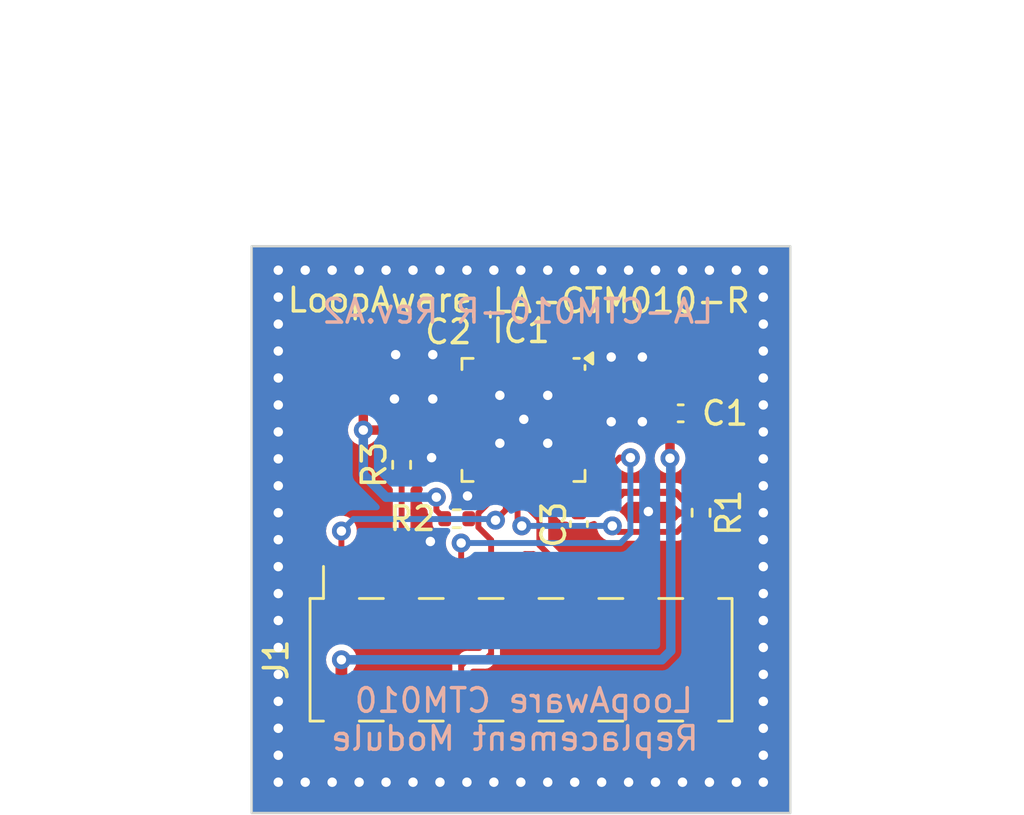
<source format=kicad_pcb>
(kicad_pcb (version 20221018) (generator pcbnew)
  (layers (0 "F.Cu" signal) (31 "B.Cu" signal) (34 "B.Paste" user) (35 "F.Paste" user) (36 "B.SilkS" user "B.Silkscreen") (37 "F.SilkS" user "F.Silkscreen") (38 "B.Mask" user) (39 "F.Mask" user) (44 "Edge.Cuts" user))
  (net 0 "")
  (net 1 "GND")
  (net 2 "IRQ")
  (net 3 "SPI_CLK")
  (net 4 "SPI_MOSI")
  (net 5 "SPI_MISO")
  (net 13 "VDD")
  (net 14 "RESET")
  (net 15 "SPI_CS")
  (footprint "Capacitor_SMD:C_0402_1005Metric" (layer "F.Cu") (at 145.796 86.8452 90)
    (fp_text reference "C2" (at -0.734 -1.4224 180) (layer "F.SilkS"))
    (fp_text value "100n")
    (fp_line (start -0.107836 -0.36) (end 0.107836 -0.36) (stroke (width 0.12)) (layer "F.SilkS"))
    (fp_line (start -0.107836 0.36) (end 0.107836 0.36) (stroke (width 0.12)) (layer "F.SilkS"))
    (pad "1" smd roundrect (at -0.48 0 90) (size 0.56 0.62) (layers "F.Cu" "F.Paste" "F.Mask") (net 13 "VDD"))
    (pad "2" smd roundrect (at 0.48 0 90) (size 0.56 0.62) (layers "F.Cu" "F.Paste" "F.Mask") (net 1 "GND"))
  )
  (footprint "Resistor_SMD:R_0402_1005Metric" (layer "F.Cu") (at 144.7292 95.504)
    (fp_text reference "R2" (at -1.8796 0) (layer "F.SilkS"))
    (fp_text value "10k")
    (fp_line (start -0.153641 -0.38) (end 0.153641 -0.38) (stroke (width 0.12)) (layer "F.SilkS"))
    (fp_line (start -0.153641 0.38) (end 0.153641 0.38) (stroke (width 0.12)) (layer "F.SilkS"))
    (pad "1" smd roundrect (at -0.51 0) (size 0.54 0.64) (layers "F.Cu" "F.Paste" "F.Mask") (net 13 "VDD"))
    (pad "2" smd roundrect (at 0.51 0) (size 0.54 0.64) (layers "F.Cu" "F.Paste" "F.Mask") (net 2 "IRQ"))
  )
  (footprint "Connector_PinSocket_2.54mm:PinSocket_2x07_P2.54mm_Vertical_SMD" (layer "F.Cu") (at 147.4575 101.487 90)
    (fp_text reference "J1" (at 0 -10.39 90) (layer "F.SilkS"))
    (fp_text value "C84005")
    (fp_line (start -2.6 -8.95) (end -2.6 -8.38) (stroke (width 0.12)) (layer "F.SilkS"))
    (fp_line (start -2.6 -8.95) (end 2.6 -8.95) (stroke (width 0.12)) (layer "F.SilkS"))
    (fp_line (start -2.6 -6.86) (end -2.6 -5.84) (stroke (width 0.12)) (layer "F.SilkS"))
    (fp_line (start -2.6 -4.32) (end -2.6 -3.3) (stroke (width 0.12)) (layer "F.SilkS"))
    (fp_line (start -2.6 -1.78) (end -2.6 -0.76) (stroke (width 0.12)) (layer "F.SilkS"))
    (fp_line (start -2.6 0.76) (end -2.6 1.78) (stroke (width 0.12)) (layer "F.SilkS"))
    (fp_line (start -2.6 3.3) (end -2.6 4.32) (stroke (width 0.12)) (layer "F.SilkS"))
    (fp_line (start -2.6 5.84) (end -2.6 6.86) (stroke (width 0.12)) (layer "F.SilkS"))
    (fp_line (start -2.6 8.38) (end -2.6 8.95) (stroke (width 0.12)) (layer "F.SilkS"))
    (fp_line (start -2.6 8.95) (end 2.6 8.95) (stroke (width 0.12)) (layer "F.SilkS"))
    (fp_line (start 2.6 -8.95) (end 2.6 -8.38) (stroke (width 0.12)) (layer "F.SilkS"))
    (fp_line (start 2.6 -8.38) (end 3.96 -8.38) (stroke (width 0.12)) (layer "F.SilkS"))
    (fp_line (start 2.6 -6.86) (end 2.6 -5.84) (stroke (width 0.12)) (layer "F.SilkS"))
    (fp_line (start 2.6 -4.32) (end 2.6 -3.3) (stroke (width 0.12)) (layer "F.SilkS"))
    (fp_line (start 2.6 -1.78) (end 2.6 -0.76) (stroke (width 0.12)) (layer "F.SilkS"))
    (fp_line (start 2.6 0.76) (end 2.6 1.78) (stroke (width 0.12)) (layer "F.SilkS"))
    (fp_line (start 2.6 3.3) (end 2.6 4.32) (stroke (width 0.12)) (layer "F.SilkS"))
    (fp_line (start 2.6 5.84) (end 2.6 6.86) (stroke (width 0.12)) (layer "F.SilkS"))
    (fp_line (start 2.6 8.38) (end 2.6 8.95) (stroke (width 0.12)) (layer "F.SilkS"))
    (pad "1" smd rect (at 2.52 -7.62 90) (size 3 1) (layers "F.Cu" "F.Paste" "F.Mask") (net 3 "SPI_CLK"))
    (pad "2" smd rect (at -2.52 -7.62 90) (size 3 1) (layers "F.Cu" "F.Paste" "F.Mask") (net 13 "VDD"))
    (pad "3" smd rect (at 2.52 -5.08 90) (size 3 1) (layers "F.Cu" "F.Paste" "F.Mask") (net 14 "RESET"))
    (pad "4" smd rect (at -2.52 -5.08 90) (size 3 1) (layers "F.Cu" "F.Paste" "F.Mask"))
    (pad "5" smd rect (at 2.52 -2.54 90) (size 3 1) (layers "F.Cu" "F.Paste" "F.Mask") (net 5 "SPI_MISO"))
    (pad "6" smd rect (at -2.52 -2.54 90) (size 3 1) (layers "F.Cu" "F.Paste" "F.Mask") (net 2 "IRQ"))
    (pad "7" smd rect (at 2.52 0 90) (size 3 1) (layers "F.Cu" "F.Paste" "F.Mask") (net 4 "SPI_MOSI"))
    (pad "8" smd rect (at -2.52 0 90) (size 3 1) (layers "F.Cu" "F.Paste" "F.Mask"))
    (pad "9" smd rect (at 2.52 2.54 90) (size 3 1) (layers "F.Cu" "F.Paste" "F.Mask"))
    (pad "10" smd rect (at -2.52 2.54 90) (size 3 1) (layers "F.Cu" "F.Paste" "F.Mask"))
    (pad "11" smd rect (at 2.52 5.08 90) (size 3 1) (layers "F.Cu" "F.Paste" "F.Mask"))
    (pad "12" smd rect (at -2.52 5.08 90) (size 3 1) (layers "F.Cu" "F.Paste" "F.Mask") (net 1 "GND"))
    (pad "13" smd rect (at 2.52 7.62 90) (size 3 1) (layers "F.Cu" "F.Paste" "F.Mask") (net 15 "SPI_CS"))
    (pad "14" smd rect (at -2.52 7.62 90) (size 3 1) (layers "F.Cu" "F.Paste" "F.Mask") (net 1 "GND"))
  )
  (footprint "Capacitor_SMD:C_0402_1005Metric" (layer "F.Cu") (at 149.9108 95.73 -90)
    (fp_text reference "C3" (at 0.028 1.0668 90) (layer "F.SilkS"))
    (fp_text value "100n")
    (fp_line (start -0.107836 -0.36) (end 0.107836 -0.36) (stroke (width 0.12)) (layer "F.SilkS"))
    (fp_line (start -0.107836 0.36) (end 0.107836 0.36) (stroke (width 0.12)) (layer "F.SilkS"))
    (pad "1" smd roundrect (at -0.48 0 270) (size 0.56 0.62) (layers "F.Cu" "F.Paste" "F.Mask") (net 13 "VDD"))
    (pad "2" smd roundrect (at 0.48 0 270) (size 0.56 0.62) (layers "F.Cu" "F.Paste" "F.Mask") (net 1 "GND"))
  )
  (footprint "Capacitor_SMD:C_0402_1005Metric" (layer "F.Cu") (at 154.2288 91.0336)
    (fp_text reference "C1" (at 1.8796 0) (layer "F.SilkS"))
    (fp_text value "1u")
    (fp_line (start -0.107836 -0.36) (end 0.107836 -0.36) (stroke (width 0.12)) (layer "F.SilkS"))
    (fp_line (start -0.107836 0.36) (end 0.107836 0.36) (stroke (width 0.12)) (layer "F.SilkS"))
    (pad "1" smd roundrect (at -0.48 0) (size 0.56 0.62) (layers "F.Cu" "F.Paste" "F.Mask") (net 13 "VDD"))
    (pad "2" smd roundrect (at 0.48 0) (size 0.56 0.62) (layers "F.Cu" "F.Paste" "F.Mask") (net 1 "GND"))
  )
  (footprint "Resistor_SMD:R_0402_1005Metric" (layer "F.Cu") (at 142.3924 93.218 -90)
    (fp_text reference "R3" (at 0 1.1684 90) (layer "F.SilkS"))
    (fp_text value "10k")
    (fp_line (start -0.153641 -0.38) (end 0.153641 -0.38) (stroke (width 0.12)) (layer "F.SilkS"))
    (fp_line (start -0.153641 0.38) (end 0.153641 0.38) (stroke (width 0.12)) (layer "F.SilkS"))
    (pad "1" smd roundrect (at -0.51 0 270) (size 0.54 0.64) (layers "F.Cu" "F.Paste" "F.Mask") (net 13 "VDD"))
    (pad "2" smd roundrect (at 0.51 0 270) (size 0.54 0.64) (layers "F.Cu" "F.Paste" "F.Mask") (net 14 "RESET"))
  )
  (footprint "Package_DFN_QFN:QFN-32-1EP_5x5mm_P0.5mm_EP3.1x3.1mm" (layer "F.Cu") (at 147.56 91.313 -90)
    (fp_text reference "IC1" (at -3.782 0.1025 -180) (layer "F.SilkS"))
    (fp_text value "SLB 9670XQ2.0 FW7.85")
    (fp_line (start -2.61 -2.135) (end -2.61 -2.37) (stroke (width 0.12)) (layer "F.SilkS"))
    (fp_line (start -2.61 2.61) (end -2.61 2.135) (stroke (width 0.12)) (layer "F.SilkS"))
    (fp_line (start -2.135 -2.61) (end -2.31 -2.61) (stroke (width 0.12)) (layer "F.SilkS"))
    (fp_line (start -2.135 2.61) (end -2.61 2.61) (stroke (width 0.12)) (layer "F.SilkS"))
    (fp_line (start 2.135 -2.61) (end 2.61 -2.61) (stroke (width 0.12)) (layer "F.SilkS"))
    (fp_line (start 2.135 2.61) (end 2.61 2.61) (stroke (width 0.12)) (layer "F.SilkS"))
    (fp_line (start 2.61 -2.61) (end 2.61 -2.135) (stroke (width 0.12)) (layer "F.SilkS"))
    (fp_line (start 2.61 2.61) (end 2.61 2.135) (stroke (width 0.12)) (layer "F.SilkS"))
    (fp_poly (pts (xy -2.61 -2.61) (xy -2.85 -2.94) (xy -2.37 -2.94) (xy -2.61 -2.61)) (stroke (width 0.12)) (fill solid) (layer "F.SilkS"))
    (pad "1" smd roundrect (at -2.4375 -1.75 270) (size 0.875 0.25) (layers "F.Cu" "F.Paste" "F.Mask") (net 13 "VDD"))
    (pad "2" smd roundrect (at -2.4375 -1.25 270) (size 0.875 0.25) (layers "F.Cu" "F.Paste" "F.Mask") (net 1 "GND"))
    (pad "3" smd roundrect (at -2.4375 -0.75 270) (size 0.875 0.25) (layers "F.Cu" "F.Paste" "F.Mask"))
    (pad "4" smd roundrect (at -2.4375 -0.25 270) (size 0.875 0.25) (layers "F.Cu" "F.Paste" "F.Mask"))
    (pad "5" smd roundrect (at -2.4375 0.25 270) (size 0.875 0.25) (layers "F.Cu" "F.Paste" "F.Mask"))
    (pad "6" smd roundrect (at -2.4375 0.75 270) (size 0.875 0.25) (layers "F.Cu" "F.Paste" "F.Mask"))
    (pad "7" smd roundrect (at -2.4375 1.25 270) (size 0.875 0.25) (layers "F.Cu" "F.Paste" "F.Mask"))
    (pad "8" smd roundrect (at -2.4375 1.75 270) (size 0.875 0.25) (layers "F.Cu" "F.Paste" "F.Mask") (net 13 "VDD"))
    (pad "9" smd roundrect (at -1.75 2.4375 270) (size 0.25 0.875) (layers "F.Cu" "F.Paste" "F.Mask") (net 1 "GND"))
    (pad "10" smd roundrect (at -1.25 2.4375 270) (size 0.25 0.875) (layers "F.Cu" "F.Paste" "F.Mask"))
    (pad "11" smd roundrect (at -0.75 2.4375 270) (size 0.25 0.875) (layers "F.Cu" "F.Paste" "F.Mask"))
    (pad "12" smd roundrect (at -0.25 2.4375 270) (size 0.25 0.875) (layers "F.Cu" "F.Paste" "F.Mask"))
    (pad "13" smd roundrect (at 0.25 2.4375 270) (size 0.25 0.875) (layers "F.Cu" "F.Paste" "F.Mask"))
    (pad "14" smd roundrect (at 0.75 2.4375 270) (size 0.25 0.875) (layers "F.Cu" "F.Paste" "F.Mask") (net 13 "VDD"))
    (pad "15" smd roundrect (at 1.25 2.4375 270) (size 0.25 0.875) (layers "F.Cu" "F.Paste" "F.Mask"))
    (pad "16" smd roundrect (at 1.75 2.4375 270) (size 0.25 0.875) (layers "F.Cu" "F.Paste" "F.Mask") (net 1 "GND"))
    (pad "17" smd roundrect (at 2.4375 1.75 270) (size 0.875 0.25) (layers "F.Cu" "F.Paste" "F.Mask") (net 14 "RESET"))
    (pad "18" smd roundrect (at 2.4375 1.25 270) (size 0.875 0.25) (layers "F.Cu" "F.Paste" "F.Mask") (net 2 "IRQ"))
    (pad "19" smd roundrect (at 2.4375 0.75 270) (size 0.875 0.25) (layers "F.Cu" "F.Paste" "F.Mask") (net 3 "SPI_CLK"))
    (pad "20" smd roundrect (at 2.4375 0.25 270) (size 0.875 0.25) (layers "F.Cu" "F.Paste" "F.Mask") (net 15 "SPI_CS"))
    (pad "21" smd roundrect (at 2.4375 -0.25 270) (size 0.875 0.25) (layers "F.Cu" "F.Paste" "F.Mask") (net 4 "SPI_MOSI"))
    (pad "22" smd roundrect (at 2.4375 -0.75 270) (size 0.875 0.25) (layers "F.Cu" "F.Paste" "F.Mask") (net 13 "VDD"))
    (pad "23" smd roundrect (at 2.4375 -1.25 270) (size 0.875 0.25) (layers "F.Cu" "F.Paste" "F.Mask") (net 1 "GND"))
    (pad "24" smd roundrect (at 2.4375 -1.75 270) (size 0.875 0.25) (layers "F.Cu" "F.Paste" "F.Mask") (net 5 "SPI_MISO"))
    (pad "25" smd roundrect (at 1.75 -2.4375 270) (size 0.25 0.875) (layers "F.Cu" "F.Paste" "F.Mask"))
    (pad "26" smd roundrect (at 1.25 -2.4375 270) (size 0.25 0.875) (layers "F.Cu" "F.Paste" "F.Mask"))
    (pad "27" smd roundrect (at 0.75 -2.4375 270) (size 0.25 0.875) (layers "F.Cu" "F.Paste" "F.Mask"))
    (pad "28" smd roundrect (at 0.25 -2.4375 270) (size 0.25 0.875) (layers "F.Cu" "F.Paste" "F.Mask"))
    (pad "29" smd roundrect (at -0.25 -2.4375 270) (size 0.25 0.875) (layers "F.Cu" "F.Paste" "F.Mask"))
    (pad "30" smd roundrect (at -0.75 -2.4375 270) (size 0.25 0.875) (layers "F.Cu" "F.Paste" "F.Mask"))
    (pad "31" smd roundrect (at -1.25 -2.4375 270) (size 0.25 0.875) (layers "F.Cu" "F.Paste" "F.Mask"))
    (pad "32" smd roundrect (at -1.75 -2.4375 270) (size 0.25 0.875) (layers "F.Cu" "F.Paste" "F.Mask") (net 1 "GND"))
    (pad "33" smd rect (at 0 0 270) (size 3.1 3.1) (property pad_prop_heatsink) (layers "F.Cu" "F.Mask") (net 1 "GND"))
  )
  (footprint "Resistor_SMD:R_0402_1005Metric" (layer "F.Cu") (at 155.0924 95.25 -90)
    (fp_text reference "R1" (at 0 -1.17 90) (layer "F.SilkS"))
    (fp_text value "10k")
    (fp_line (start -0.153641 -0.38) (end 0.153641 -0.38) (stroke (width 0.12)) (layer "F.SilkS"))
    (fp_line (start -0.153641 0.38) (end 0.153641 0.38) (stroke (width 0.12)) (layer "F.SilkS"))
    (pad "1" smd roundrect (at -0.51 0 270) (size 0.54 0.64) (layers "F.Cu" "F.Paste" "F.Mask") (net 13 "VDD"))
    (pad "2" smd roundrect (at 0.51 0 270) (size 0.54 0.64) (layers "F.Cu" "F.Paste" "F.Mask") (net 15 "SPI_CS"))
  )
  (gr_rect (start 136.0315 83.947) (end 158.877 107.986) (stroke (width 0.1)) (fill none) (layer "Edge.Cuts"))
  (gr_text "LA-CTM010-R Rev.A2\n\n" (at 155.702 88.9) (layer "B.SilkS") (effects (font (size 1 1)) (justify left bottom mirror)))
  (gr_text "LoopAware CTM010 \nReplacement Module" (at 147.193 105.41) (layer "B.SilkS") (effects (font (size 1 1)) (justify bottom mirror)))
  (gr_text "LA-CTM010-R" (at 146.156 86.8452) (layer "F.SilkS") (effects (font (size 1 1)) (justify left bottom)))
  (gr_text "LoopAware" (at 137.4648 86.8172) (layer "F.SilkS") (effects (font (size 1 1)) (justify left bottom)))
  (via (at 157.734 84.963) (size 0.8) (drill 0.4) (layers "F.Cu" "B.Cu") (net 1))
  (via (at 147.574 91.2876) (size 0.8) (drill 0.4) (layers "F.Cu" "B.Cu") (net 1))
  (via (at 157.734 95.25) (size 0.8) (drill 0.4) (layers "F.Cu" "B.Cu") (net 1))
  (via (at 157.734 96.393) (size 0.8) (drill 0.4) (layers "F.Cu" "B.Cu") (net 1))
  (via (at 149.733 84.963) (size 0.8) (drill 0.4) (layers "F.Cu" "B.Cu") (net 1))
  (via (at 148.59 92.3036) (size 1) (drill 0.4) (layers "F.Cu" "B.Cu") (net 1))
  (via (at 144.018 84.963) (size 0.8) (drill 0.4) (layers "F.Cu" "B.Cu") (net 1))
  (via (at 152.6032 91.3892) (size 0.8) (drill 0.4) (layers "F.Cu" "B.Cu") (net 1))
  (via (at 142.1384 88.5444) (size 0.8) (drill 0.4) (layers "F.Cu" "B.Cu") (net 1))
  (via (at 138.303 84.963) (size 0.8) (drill 0.4) (layers "F.Cu" "B.Cu") (net 1))
  (via (at 153.162 106.68) (size 0.8) (drill 0.4) (layers "F.Cu" "B.Cu") (net 1))
  (via (at 146.558 92.3036) (size 0.8) (drill 0.4) (layers "F.Cu" "B.Cu") (net 1))
  (via (at 137.16 91.821) (size 0.8) (drill 0.4) (layers "F.Cu" "B.Cu") (net 1))
  (via (at 140.589 84.963) (size 0.8) (drill 0.4) (layers "F.Cu" "B.Cu") (net 1))
  (via (at 157.734 105.537) (size 0.8) (drill 0.4) (layers "F.Cu" "B.Cu") (net 1))
  (via (at 146.558 90.2716) (size 1) (drill 0.4) (layers "F.Cu" "B.Cu") (net 1))
  (via (at 137.16 92.964) (size 0.8) (drill 0.4) (layers "F.Cu" "B.Cu") (net 1))
  (via (at 137.16 99.822) (size 0.8) (drill 0.4) (layers "F.Cu" "B.Cu") (net 1))
  (via (at 137.16 96.393) (size 0.8) (drill 0.4) (layers "F.Cu" "B.Cu") (net 1))
  (via (at 139.446 84.963) (size 0.8) (drill 0.4) (layers "F.Cu" "B.Cu") (net 1))
  (via (at 145.161 84.963) (size 0.8) (drill 0.4) (layers "F.Cu" "B.Cu") (net 1))
  (via (at 157.734 92.964) (size 0.8) (drill 0.4) (layers "F.Cu" "B.Cu") (net 1))
  (via (at 157.734 103.251) (size 0.8) (drill 0.4) (layers "F.Cu" "B.Cu") (net 1))
  (via (at 157.734 88.392) (size 0.8) (drill 0.4) (layers "F.Cu" "B.Cu") (net 1))
  (via (at 142.875 84.963) (size 0.8) (drill 0.4) (layers "F.Cu" "B.Cu") (net 1))
  (via (at 141.732 84.963) (size 0.8) (drill 0.4) (layers "F.Cu" "B.Cu") (net 1))
  (via (at 148.59 84.963) (size 0.8) (drill 0.4) (layers "F.Cu" "B.Cu") (net 1))
  (via (at 143.6624 92.9132) (size 0.8) (drill 0.4) (layers "F.Cu" "B.Cu") (net 1))
  (via (at 157.734 91.821) (size 0.8) (drill 0.4) (layers "F.Cu" "B.Cu") (net 1))
  (via (at 137.16 86.106) (size 0.8) (drill 0.4) (layers "F.Cu" "B.Cu") (net 1))
  (via (at 145.161 106.68) (size 0.8) (drill 0.4) (layers "F.Cu" "B.Cu") (net 1))
  (via (at 157.734 89.535) (size 0.8) (drill 0.4) (layers "F.Cu" "B.Cu") (net 1))
  (via (at 154.305 84.963) (size 0.8) (drill 0.4) (layers "F.Cu" "B.Cu") (net 1))
  (via (at 157.734 100.965) (size 0.8) (drill 0.4) (layers "F.Cu" "B.Cu") (net 1))
  (via (at 156.591 84.963) (size 0.8) (drill 0.4) (layers "F.Cu" "B.Cu") (net 1))
  (via (at 142.0876 90.424) (size 0.8) (drill 0.4) (layers "F.Cu" "B.Cu") (net 1))
  (via (at 137.16 105.537) (size 0.8) (drill 0.4) (layers "F.Cu" "B.Cu") (net 1))
  (via (at 146.304 84.963) (size 0.8) (drill 0.4) (layers "F.Cu" "B.Cu") (net 1))
  (via (at 152.019 106.68) (size 0.8) (drill 0.4) (layers "F.Cu" "B.Cu") (net 1))
  (via (at 137.16 97.536) (size 0.8) (drill 0.4) (layers "F.Cu" "B.Cu") (net 1))
  (via (at 157.734 99.822) (size 0.8) (drill 0.4) (layers "F.Cu" "B.Cu") (net 1))
  (via (at 154.305 106.68) (size 0.8) (drill 0.4) (layers "F.Cu" "B.Cu") (net 1))
  (via (at 143.7132 90.424) (size 0.8) (drill 0.4) (layers "F.Cu" "B.Cu") (net 1))
  (via (at 140.589 106.68) (size 0.8) (drill 0.4) (layers "F.Cu" "B.Cu") (net 1))
  (via (at 151.2824 88.646) (size 0.8) (drill 0.4) (layers "F.Cu" "B.Cu") (net 1))
  (via (at 137.16 98.679) (size 0.8) (drill 0.4) (layers "F.Cu" "B.Cu") (net 1))
  (via (at 137.16 87.249) (size 0.8) (drill 0.4) (layers "F.Cu" "B.Cu") (net 1))
  (via (at 157.734 104.394) (size 0.8) (drill 0.4) (layers "F.Cu" "B.Cu") (net 1))
  (via (at 157.734 98.679) (size 0.8) (drill 0.4) (layers "F.Cu" "B.Cu") (net 1))
  (via (at 145.1864 94.5388) (size 0.8) (drill 0.4) (layers "F.Cu" "B.Cu") (net 1))
  (via (at 152.019 84.963) (size 0.8) (drill 0.4) (layers "F.Cu" "B.Cu") (net 1))
  (via (at 152.8572 95.1992) (size 0.8) (drill 0.4) (layers "F.Cu" "B.Cu") (net 1))
  (via (at 137.16 89.535) (size 0.8) (drill 0.4) (layers "F.Cu" "B.Cu") (net 1))
  (via (at 137.16 102.108) (size 0.8) (drill 0.4) (layers "F.Cu" "B.Cu") (net 1))
  (via (at 155.448 106.68) (size 0.8) (drill 0.4) (layers "F.Cu" "B.Cu") (net 1))
  (via (at 157.734 90.678) (size 0.8) (drill 0.4) (layers "F.Cu" "B.Cu") (net 1))
  (via (at 147.447 106.68) (size 0.8) (drill 0.4) (layers "F.Cu" "B.Cu") (net 1))
  (via (at 148.59 106.68) (size 0.8) (drill 0.4) (layers "F.Cu" "B.Cu") (net 1))
  (via (at 137.16 106.68) (size 0.8) (drill 0.4) (layers "F.Cu" "B.Cu") (net 1))
  (via (at 146.304 106.68) (size 0.8) (drill 0.4) (layers "F.Cu" "B.Cu") (net 1))
  (via (at 142.875 106.68) (size 0.8) (drill 0.4) (layers "F.Cu" "B.Cu") (net 1))
  (via (at 153.162 84.963) (size 0.8) (drill 0.4) (layers "F.Cu" "B.Cu") (net 1))
  (via (at 137.16 88.392) (size 0.8) (drill 0.4) (layers "F.Cu" "B.Cu") (net 1))
  (via (at 157.734 102.108) (size 0.8) (drill 0.4) (layers "F.Cu" "B.Cu") (net 1))
  (via (at 148.59 90.2716) (size 0.8) (drill 0.4) (layers "F.Cu" "B.Cu") (net 1))
  (via (at 147.447 84.963) (size 0.8) (drill 0.4) (layers "F.Cu" "B.Cu") (net 1))
  (via (at 137.16 103.251) (size 0.8) (drill 0.4) (layers "F.Cu" "B.Cu") (net 1))
  (via (at 157.734 94.107) (size 0.8) (drill 0.4) (layers "F.Cu" "B.Cu") (net 1))
  (via (at 150.876 84.963) (size 0.8) (drill 0.4) (layers "F.Cu" "B.Cu") (net 1))
  (via (at 144.018 106.68) (size 0.8) (drill 0.4) (layers "F.Cu" "B.Cu") (net 1))
  (via (at 141.732 106.68) (size 0.8) (drill 0.4) (layers "F.Cu" "B.Cu") (net 1))
  (via (at 157.734 106.68) (size 0.8) (drill 0.4) (layers "F.Cu" "B.Cu") (net 1))
  (via (at 152.6032 88.646) (size 0.8) (drill 0.4) (layers "F.Cu" "B.Cu") (net 1))
  (via (at 139.446 106.68) (size 0.8) (drill 0.4) (layers "F.Cu" "B.Cu") (net 1))
  (via (at 157.734 87.249) (size 0.8) (drill 0.4) (layers "F.Cu" "B.Cu") (net 1))
  (via (at 155.448 84.963) (size 0.8) (drill 0.4) (layers "F.Cu" "B.Cu") (net 1))
  (via (at 138.303 106.68) (size 0.8) (drill 0.4) (layers "F.Cu" "B.Cu") (net 1))
  (via (at 151.2824 91.3892) (size 0.8) (drill 0.4) (layers "F.Cu" "B.Cu") (net 1))
  (via (at 150.876 106.68) (size 0.8) (drill 0.4) (layers "F.Cu" "B.Cu") (net 1))
  (via (at 156.591 106.68) (size 0.8) (drill 0.4) (layers "F.Cu" "B.Cu") (net 1))
  (via (at 143.7132 88.5444) (size 0.8) (drill 0.4) (layers "F.Cu" "B.Cu") (net 1))
  (via (at 149.733 106.68) (size 0.8) (drill 0.4) (layers "F.Cu" "B.Cu") (net 1))
  (via (at 137.16 95.25) (size 0.8) (drill 0.4) (layers "F.Cu" "B.Cu") (net 1))
  (via (at 137.16 84.963) (size 0.8) (drill 0.4) (layers "F.Cu" "B.Cu") (net 1))
  (via (at 157.734 97.536) (size 0.8) (drill 0.4) (layers "F.Cu" "B.Cu") (net 1))
  (via (at 143.6116 96.4692) (size 0.8) (drill 0.4) (layers "F.Cu" "B.Cu") (net 1))
  (via (at 137.16 104.394) (size 0.8) (drill 0.4) (layers "F.Cu" "B.Cu") (net 1))
  (via (at 137.16 90.678) (size 0.8) (drill 0.4) (layers "F.Cu" "B.Cu") (net 1))
  (via (at 137.16 94.107) (size 0.8) (drill 0.4) (layers "F.Cu" "B.Cu") (net 1))
  (via (at 137.16 100.965) (size 0.8) (drill 0.4) (layers "F.Cu" "B.Cu") (net 1))
  (via (at 157.734 86.106) (size 0.8) (drill 0.4) (layers "F.Cu" "B.Cu") (net 1))
  (segment (start 145.2392 95.504) (end 145.647926 95.504) (width 0.25) (layer "F.Cu") (net 2))
  (segment (start 146.31 94.1175) (end 146.31 94.60474) (width 0.25) (layer "F.Cu") (net 2))
  (segment (start 144.9175 101.741) (end 144.9175 104.007) (width 0.25) (layer "F.Cu") (net 2))
  (segment (start 146.1875 101.233) (end 145.9335 101.487) (width 0.25) (layer "F.Cu") (net 2))
  (segment (start 145.647926 95.867426) (end 146.1875 96.407) (width 0.25) (layer "F.Cu") (net 2))
  (segment (start 145.647926 95.266815) (end 145.647926 95.504) (width 0.25) (layer "F.Cu") (net 2))
  (segment (start 146.1875 96.407) (end 146.1875 101.233) (width 0.25) (layer "F.Cu") (net 2))
  (segment (start 145.9335 101.487) (end 145.1715 101.487) (width 0.25) (layer "F.Cu") (net 2))
  (segment (start 145.647926 95.504) (end 145.647926 95.867426) (width 0.25) (layer "F.Cu") (net 2))
  (segment (start 146.31 94.60474) (end 145.647926 95.266815) (width 0.25) (layer "F.Cu") (net 2))
  (segment (start 145.1715 101.487) (end 144.9175 101.741) (width 0.25) (layer "F.Cu") (net 2))
  (segment (start 139.8375 96.026) (end 139.8375 98.967) (width 0.25) (layer "F.Cu") (net 3))
  (segment (start 146.81 95.130046) (end 146.81 94.1175) (width 0.25) (layer "F.Cu") (net 3))
  (segment (start 146.372926 95.56712) (end 146.81 95.130046) (width 0.25) (layer "F.Cu") (net 3))
  (via (at 146.372926 95.56712) (size 0.8) (drill 0.4) (layers "F.Cu" "B.Cu") (net 3))
  (via (at 139.8375 96.026) (size 0.8) (drill 0.4) (layers "F.Cu" "B.Cu") (net 3))
  (segment (start 146.372926 95.56712) (end 146.323806 95.518) (width 0.25) (layer "B.Cu") (net 3))
  (segment (start 140.3455 95.518) (end 139.8375 96.026) (width 0.25) (layer "B.Cu") (net 3))
  (segment (start 146.323806 95.518) (end 140.3455 95.518) (width 0.25) (layer "B.Cu") (net 3))
  (segment (start 148.2344 96.6216) (end 149.0218 97.409) (width 0.25) (layer "F.Cu") (net 4))
  (segment (start 147.81 95.106187) (end 148.2344 95.530587) (width 0.25) (layer "F.Cu") (net 4))
  (segment (start 149.0218 100.3808) (end 148.8694 100.5332) (width 0.25) (layer "F.Cu") (net 4))
  (segment (start 148.8694 100.5332) (end 148.59 100.5332) (width 0.25) (layer "F.Cu") (net 4))
  (segment (start 149.0218 97.409) (end 149.0218 100.3808) (width 0.25) (layer "F.Cu") (net 4))
  (segment (start 147.9804 97.0026) (end 147.6248 97.0026) (width 0.25) (layer "F.Cu") (net 4))
  (segment (start 147.6248 97.0026) (end 147.447 97.1804) (width 0.25) (layer "F.Cu") (net 4))
  (segment (start 147.447 97.1804) (end 147.4575 97.1909) (width 0.25) (layer "F.Cu") (net 4))
  (segment (start 148.3868 100.33) (end 148.3868 97.409) (width 0.25) (layer "F.Cu") (net 4))
  (segment (start 148.59 100.5332) (end 148.3868 100.33) (width 0.25) (layer "F.Cu") (net 4))
  (segment (start 148.2344 95.530587) (end 148.2344 96.6216) (width 0.25) (layer "F.Cu") (net 4))
  (segment (start 147.81 94.1175) (end 147.81 95.106187) (width 0.25) (layer "F.Cu") (net 4))
  (segment (start 148.3868 97.409) (end 147.9804 97.0026) (width 0.25) (layer "F.Cu") (net 4))
  (segment (start 147.4575 97.1909) (end 147.4575 98.967) (width 0.25) (layer "F.Cu") (net 4))
  (segment (start 144.9175 96.534) (end 144.9175 98.967) (width 0.25) (layer "F.Cu") (net 5))
  (segment (start 149.31 93.7505) (end 150.8007 93.7505) (width 0.25) (layer "F.Cu") (net 5))
  (segment (start 150.8007 93.7505) (end 151.638 92.9132) (width 0.25) (layer "F.Cu") (net 5))
  (segment (start 151.638 92.9132) (end 152.0952 92.9132) (width 0.25) (layer "F.Cu") (net 5))
  (via (at 152.0952 92.9132) (size 0.8) (drill 0.4) (layers "F.Cu" "B.Cu") (net 5))
  (via (at 144.9175 96.534) (size 0.8) (drill 0.4) (layers "F.Cu" "B.Cu") (net 5))
  (segment (start 152.0952 96.1136) (end 151.6748 96.534) (width 0.25) (layer "B.Cu") (net 5))
  (segment (start 152.0952 92.9132) (end 152.0952 96.1136) (width 0.25) (layer "B.Cu") (net 5))
  (segment (start 151.6748 96.534) (end 144.9175 96.534) (width 0.25) (layer "B.Cu") (net 5))
  (segment (start 155.0924 94.1324) (end 155.0924 92.3518) (width 0.4) (layer "F.Cu") (net 13))
  (segment (start 140.7668 91.7448) (end 140.7668 88.5444) (width 0.4) (layer "F.Cu") (net 13))
  (segment (start 139.8515 101.473) (end 139.8375 101.487) (width 0.25) (layer "F.Cu") (net 13))
  (segment (start 142.3924 91.7448) (end 143.51 91.7448) (width 0.4) (layer "F.Cu") (net 13))
  (segment (start 154.3792 94.74) (end 155.0924 94.74) (width 0.3) (layer "F.Cu") (net 13))
  (segment (start 150.876 94.6912) (end 151.4856 94.6912) (width 0.3) (layer "F.Cu") (net 13))
  (segment (start 139.8235 101.473) (end 139.8375 101.487) (width 0.25) (layer "F.Cu") (net 13))
  (segment (start 153.7488 91.0336) (end 153.7488 88.2676) (width 0.4) (layer "F.Cu") (net 13))
  (segment (start 149.9108 95.25) (end 150.3172 95.25) (width 0.3) (layer "F.Cu") (net 13))
  (segment (start 145.81 88.8755) (end 145.81 87.39) (width 0.3) (layer "F.Cu") (net 13))
  (segment (start 140.7668 91.7448) (end 142.3924 91.7448) (width 0.4) (layer "F.Cu") (net 13))
  (segment (start 145.796 87.3252) (end 149.3012 87.3252) (width 0.4) (layer "F.Cu") (net 13))
  (segment (start 154.0256 94.3864) (end 154.3792 94.74) (width 0.3) (layer "F.Cu") (net 13))
  (segment (start 141.986 87.3252) (end 145.796 87.3252) (width 0.4) (layer "F.Cu") (net 13))
  (segment (start 142.3924 92.708) (end 142.3924 91.7448) (width 0.4) (layer "F.Cu") (net 13))
  (segment (start 151.7904 94.3864) (end 154.0256 94.3864) (width 0.3) (layer "F.Cu") (net 13))
  (segment (start 140.7668 88.5444) (end 141.986 87.3252) (width 0.4) (layer "F.Cu") (net 13))
  (segment (start 148.31 94.23774) (end 149.32226 95.25) (width 0.25) (layer "F.Cu") (net 13))
  (segment (start 143.8282 92.063) (end 145.1225 92.063) (width 0.25) (layer "F.Cu") (net 13))
  (segment (start 143.8656 94.5896) (end 143.8656 95.1504) (width 0.25) (layer "F.Cu") (net 13))
  (segment (start 151.4856 94.6912) (end 151.7904 94.3864) (width 0.3) (layer "F.Cu") (net 13))
  (segment (start 155.0924 94.74) (end 155.0924 94.1324) (width 0.4) (layer "F.Cu") (net 13))
  (segment (start 149.3012 87.3252) (end 152.8064 87.3252) (width 0.4) (layer "F.Cu") (net 13))
  (segment (start 153.7742 92.0242) (end 153.7742 91.059) (width 0.4) (layer "F.Cu") (net 13))
  (segment (start 149.32226 95.25) (end 149.9108 95.25) (width 0.25) (layer "F.Cu") (net 13))
  (segment (start 143.51 91.7448) (end 143.8282 92.063) (width 0.25) (layer "F.Cu") (net 13))
  (segment (start 149.31 88.8755) (end 149.31 87.334) (width 0.25) (layer "F.Cu") (net 13))
  (segment (start 152.8064 87.3252) (end 153.7488 88.2676) (width 0.4) (layer "F.Cu") (net 13))
  (segment (start 148.31 93.7505) (end 148.31 94.23774) (width 0.25) (layer "F.Cu") (net 13))
  (segment (start 154.7648 92.0242) (end 153.7742 92.0242) (width 0.4) (layer "F.Cu") (net 13))
  (segment (start 143.8656 95.1504) (end 144.2192 95.504) (width 0.25) (layer "F.Cu") (net 13))
  (segment (start 139.8375 101.487) (end 139.8375 104.007) (width 0.5) (layer "F.Cu") (net 13))
  (segment (start 153.7742 92.9386) (end 153.7742 92.0242) (width 0.4) (layer "F.Cu") (net 13))
  (segment (start 155.0924 92.3518) (end 154.7648 92.0242) (width 0.4) (layer "F.Cu") (net 13))
  (segment (start 150.3172 95.25) (end 150.876 94.6912) (width 0.3) (layer "F.Cu") (net 13))
  (segment (start 145.81 89.2425) (end 145.81 88.533) (width 0.25) (layer "F.Cu") (net 13))
  (via (at 139.8375 101.487) (size 0.8) (drill 0.4) (layers "F.Cu" "B.Cu") (net 13))
  (via (at 153.7742 92.9386) (size 0.8) (drill 0.4) (layers "F.Cu" "B.Cu") (net 13))
  (via (at 140.7668 91.7448) (size 0.8) (drill 0.4) (layers "F.Cu" "B.Cu") (net 13))
  (via (at 143.8656 94.5896) (size 0.8) (drill 0.4) (layers "F.Cu" "B.Cu") (net 13))
  (segment (start 140.7668 93.6244) (end 140.7668 91.7448) (width 0.4) (layer "B.Cu") (net 13))
  (segment (start 139.8375 101.487) (end 153.4265 101.487) (width 0.4) (layer "B.Cu") (net 13))
  (segment (start 153.4265 101.487) (end 153.8075 101.106) (width 0.4) (layer "B.Cu") (net 13))
  (segment (start 143.8656 94.5896) (end 141.732 94.5896) (width 0.4) (layer "B.Cu") (net 13))
  (segment (start 153.8075 101.106) (end 153.8075 92.9719) (width 0.4) (layer "B.Cu") (net 13))
  (segment (start 141.732 94.5896) (end 140.7668 93.6244) (width 0.4) (layer "B.Cu") (net 13))
  (segment (start 142.3924 98.9521) (end 142.3775 98.967) (width 0.25) (layer "F.Cu") (net 14))
  (segment (start 145.81 93.7505) (end 142.4149 93.7505) (width 0.25) (layer "F.Cu") (net 14))
  (segment (start 142.3924 93.728) (end 142.3924 98.9521) (width 0.25) (layer "F.Cu") (net 14))
  (segment (start 154.0764 96.0628) (end 154.3792 95.76) (width 0.25) (layer "F.Cu") (net 15))
  (segment (start 147.31 94.1175) (end 147.31 95.631492) (width 0.25) (layer "F.Cu") (net 15))
  (segment (start 155.0775 98.967) (end 155.0775 95.7749) (width 0.25) (layer "F.Cu") (net 15))
  (segment (start 155.0775 95.7749) (end 155.0924 95.76) (width 0.25) (layer "F.Cu") (net 15))
  (segment (start 147.31 95.631492) (end 147.487508 95.809) (width 0.25) (layer "F.Cu") (net 15))
  (segment (start 151.328547 95.809) (end 151.377547 95.76) (width 0.25) (layer "F.Cu") (net 15))
  (segment (start 154.3792 95.76) (end 155.0924 95.76) (width 0.25) (layer "F.Cu") (net 15))
  (segment (start 151.582347 96.0628) (end 154.0764 96.0628) (width 0.25) (layer "F.Cu") (net 15))
  (segment (start 151.328547 95.809) (end 151.582347 96.0628) (width 0.25) (layer "F.Cu") (net 15))
  (via (at 147.487508 95.809) (size 0.8) (drill 0.4) (layers "F.Cu" "B.Cu") (net 15))
  (via (at 151.328547 95.809) (size 0.8) (drill 0.4) (layers "F.Cu" "B.Cu") (net 15))
  (segment (start 147.487508 95.809) (end 151.328547 95.809) (width 0.25) (layer "B.Cu") (net 15))
  (zone (net 1) (net_name "GND") (layers "F&B.Cu") (name "Groundplane") (connect_pads (clearance 0.25)) (min_thickness 0.25) (fill yes (thermal_gap 0.5) (thermal_bridge_width 0.5) (smoothing chamfer))
    (polygon (pts (xy 136.017 83.82) (xy 159.004 83.82) (xy 159.004 108.077) (xy 136.017 108.077)))
  )
)
</source>
